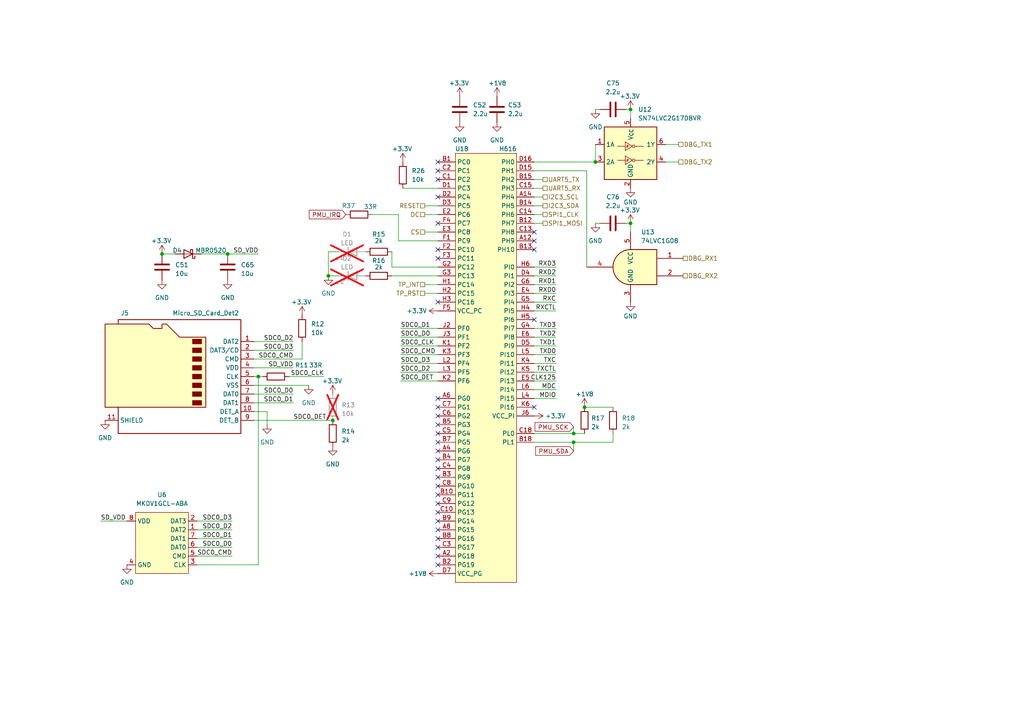
<source format=kicad_sch>
(kicad_sch (version 20250114) (generator "eeschema") (generator_version "9.0")
  (paper "A4")
  (lib_symbols
    (symbol "74xGxx:74LVC1G08"
      (property "Reference" "U" (at -5.08 7.62 0))
      (property "Value" "74LVC1G08" (at 7.62 -7.62 0))
      (symbol "74LVC1G08_0_1"
        (arc (start 0 5.08) (mid 5.0579 0) (end 0 -5.08) (stroke (width 0.254)) (fill (type background)))
        (polyline (pts (xy 0 -5.08) (xy -7.62 -5.08) (xy -7.62 5.08) (xy 0 5.08)) (stroke (width 0.254)) (fill (type background)))
      )
      (symbol "74LVC1G08_1_1"
        (pin input line (at -15.24 2.54 0) (length 7.62) (name "~") (number "1"))
        (pin input line (at -15.24 -2.54 0) (length 7.62) (name "~") (number "2"))
        (pin power_in line (at 0 10.16 270) (length 5.08) (name "VCC") (number "5"))
        (pin power_in line (at 0 -10.16 90) (length 5.08) (name "GND") (number "3"))
        (pin output line (at 12.7 0 180) (length 7.62) (name "~") (number "4"))
      )
    )
    (symbol "74xGxx:SN74LVC2G14DBV"
      (property "Reference" "U" (at 2.54 12.7 0))
      (property "Value" "SN74LVC2G14DBV" (at 2.54 10.16 0))
      (symbol "SN74LVC2G14DBV_1_1"
        (rectangle (start -7.62 7.62) (end 7.62 -7.62) (stroke (width 0.254)) (fill (type background)))
        (polyline (pts (xy -1.524 3.302) (xy 0.508 2.032) (xy -1.524 0.762) (xy -1.524 3.302)))
        (polyline (pts (xy -1.524 2.032) (xy -3.81 2.032)))
        (polyline (pts (xy -1.524 -0.762) (xy 0.508 -2.032) (xy -1.524 -3.302) (xy -1.524 -0.762)))
        (polyline (pts (xy -1.524 -2.032) (xy -3.81 -2.032)))
        (polyline (pts (xy -1.016 1.778) (xy -1.016 2.286) (xy -0.762 2.286) (xy -0.762 1.778) (xy -1.27 1.778)))
        (polyline (pts (xy -1.016 -2.286) (xy -1.016 -1.778) (xy -0.762 -1.778) (xy -0.762 -2.286) (xy -1.27 -2.286)))
        (polyline (pts (xy -0.762 2.286) (xy -0.508 2.286)))
        (polyline (pts (xy -0.762 -1.778) (xy -0.508 -1.778)))
        (circle (center 0.889 2.032) (radius 0.381))
        (circle (center 0.889 -2.032) (radius 0.381))
        (polyline (pts (xy 1.27 2.032) (xy 3.81 2.032)))
        (polyline (pts (xy 1.27 -2.032) (xy 3.81 -2.032)))
        (pin input line (at -10.16 2.54 0) (length 2.54) (name "1A") (number "1"))
        (pin input line (at -10.16 -2.54 0) (length 2.54) (name "2A") (number "3"))
        (pin power_in line (at 0 10.16 270) (length 2.54) (name "V_{CC}") (number "5"))
        (pin power_in line (at 0 -10.16 90) (length 2.54) (name "GND") (number "2"))
        (pin output line (at 10.16 2.54 180) (length 2.54) (name "1Y") (number "6"))
        (pin output line (at 10.16 -2.54 180) (length 2.54) (name "2Y") (number "4"))
      )
    )
    (symbol "Connector:Micro_SD_Card_Det2"
      (property "Reference" "J" (at -16.51 17.78 0))
      (property "Value" "Micro_SD_Card_Det2" (at 16.51 17.78 0))
      (symbol "Micro_SD_Card_Det2_0_1"
        (polyline (pts (xy -8.89 -8.89) (xy -8.89 11.43) (xy -1.27 11.43) (xy 2.54 15.24) (xy 3.81 15.24) (xy 3.81 13.97) (xy 6.35 13.97) (xy 7.62 15.24) (xy 20.32 15.24) (xy 20.32 -8.89) (xy -8.89 -8.89)) (stroke (width 0.254)) (fill (type background)))
        (rectangle (start -7.62 10.795) (end -5.08 9.525) (stroke (width 0.254)) (fill (type outline)))
        (rectangle (start -7.62 8.255) (end -5.08 6.985) (stroke (width 0.254)) (fill (type outline)))
        (rectangle (start -7.62 5.715) (end -5.08 4.445) (stroke (width 0.254)) (fill (type outline)))
        (rectangle (start -7.62 3.175) (end -5.08 1.905) (stroke (width 0.254)) (fill (type outline)))
        (rectangle (start -7.62 0.635) (end -5.08 -0.635) (stroke (width 0.254)) (fill (type outline)))
        (rectangle (start -7.62 -1.905) (end -5.08 -3.175) (stroke (width 0.254)) (fill (type outline)))
        (rectangle (start -7.62 -4.445) (end -5.08 -5.715) (stroke (width 0.254)) (fill (type outline)))
        (rectangle (start -7.62 -6.985) (end -5.08 -8.255) (stroke (width 0.254)) (fill (type outline)))
        (polyline (pts (xy 16.51 15.24) (xy 16.51 16.51) (xy -19.05 16.51) (xy -19.05 -16.51) (xy 16.51 -16.51) (xy 16.51 -8.89)) (stroke (width 0.254)))
      )
      (symbol "Micro_SD_Card_Det2_1_1"
        (pin bidirectional line (at -22.86 10.16 0) (length 3.81) (name "DAT2") (number "1"))
        (pin bidirectional line (at -22.86 7.62 0) (length 3.81) (name "DAT3/CD") (number "2"))
        (pin input line (at -22.86 5.08 0) (length 3.81) (name "CMD") (number "3"))
        (pin power_in line (at -22.86 2.54 0) (length 3.81) (name "VDD") (number "4"))
        (pin input line (at -22.86 0 0) (length 3.81) (name "CLK") (number "5"))
        (pin power_in line (at -22.86 -2.54 0) (length 3.81) (name "VSS") (number "6"))
        (pin bidirectional line (at -22.86 -5.08 0) (length 3.81) (name "DAT0") (number "7"))
        (pin bidirectional line (at -22.86 -7.62 0) (length 3.81) (name "DAT1") (number "8"))
        (pin passive line (at -22.86 -10.16 0) (length 3.81) (name "DET_A") (number "10"))
        (pin passive line (at -22.86 -12.7 0) (length 3.81) (name "DET_B") (number "9"))
        (pin passive line (at 20.32 -12.7 180) (length 3.81) (name "SHIELD") (number "11"))
      )
    )
    (symbol "Device:C" (pin_numbers (hide yes)) (pin_names (offset 0.254))
      (property "Reference" "C" (at 0.635 2.54 0))
      (property "Value" "C" (at 0.635 -2.54 0))
      (symbol "C_0_1"
        (polyline (pts (xy -2.032 0.762) (xy 2.032 0.762)) (stroke (width 0.508)))
        (polyline (pts (xy -2.032 -0.762) (xy 2.032 -0.762)) (stroke (width 0.508)))
      )
      (symbol "C_1_1"
        (pin passive line (at 0 3.81 270) (length 2.794) (name "~") (number "1"))
        (pin passive line (at 0 -3.81 90) (length 2.794) (name "~") (number "2"))
      )
    )
    (symbol "Device:LED" (pin_numbers (hide yes)) (pin_names (offset 1.016) (hide yes))
      (property "Reference" "D" (at 0 2.54 0))
      (property "Value" "LED" (at 0 -2.54 0))
      (symbol "LED_0_1"
        (polyline (pts (xy -3.048 -0.762) (xy -4.572 -2.286) (xy -3.81 -2.286) (xy -4.572 -2.286) (xy -4.572 -1.524)))
        (polyline (pts (xy -1.778 -0.762) (xy -3.302 -2.286) (xy -2.54 -2.286) (xy -3.302 -2.286) (xy -3.302 -1.524)))
        (polyline (pts (xy -1.27 0) (xy 1.27 0)))
        (polyline (pts (xy -1.27 -1.27) (xy -1.27 1.27)) (stroke (width 0.254)))
        (polyline (pts (xy 1.27 -1.27) (xy 1.27 1.27) (xy -1.27 0) (xy 1.27 -1.27)) (stroke (width 0.254)))
      )
      (symbol "LED_1_1"
        (pin passive line (at -3.81 0 0) (length 2.54) (name "K") (number "1"))
        (pin passive line (at 3.81 0 180) (length 2.54) (name "A") (number "2"))
      )
    )
    (symbol "Device:R" (pin_numbers (hide yes)) (pin_names (offset 0))
      (property "Reference" "R" (at 2.032 0 90))
      (property "Value" "R" (at 0 0 90))
      (symbol "R_0_1"
        (rectangle (start -1.016 -2.54) (end 1.016 2.54) (stroke (width 0.254)))
      )
      (symbol "R_1_1"
        (pin passive line (at 0 3.81 270) (length 1.27) (name "~") (number "1"))
        (pin passive line (at 0 -3.81 90) (length 1.27) (name "~") (number "2"))
      )
    )
    (symbol "Diode:MBR0520" (pin_numbers (hide yes)) (pin_names (offset 1.016) (hide yes))
      (property "Reference" "D" (at 0 2.54 0))
      (property "Value" "MBR0520" (at 0 -2.54 0))
      (symbol "MBR0520_0_1"
        (polyline (pts (xy -1.905 0.635) (xy -1.905 1.27) (xy -1.27 1.27) (xy -1.27 -1.27) (xy -0.635 -1.27) (xy -0.635 -0.635)) (stroke (width 0.254)))
        (polyline (pts (xy 1.27 1.27) (xy 1.27 -1.27) (xy -1.27 0) (xy 1.27 1.27)) (stroke (width 0.254)))
        (polyline (pts (xy 1.27 0) (xy -1.27 0)))
      )
      (symbol "MBR0520_1_1"
        (pin passive line (at -3.81 0 0) (length 2.54) (name "K") (number "1"))
        (pin passive line (at 3.81 0 180) (length 2.54) (name "A") (number "2"))
      )
    )
    (symbol "H616_lib:H616"
      (property "Reference" "U" (at 0 0 0))
      (symbol "H616_1_1"
        (rectangle (start -7.62 -2.54) (end 15.24 -118.11) (fill (type background)))
        (pin input line (at -12.7 -6.35 0) (length 5.08) (name "SA0") (number "T21"))
        (pin input line (at -12.7 -8.89 0) (length 5.08) (name "SA1") (number "U17"))
        (pin input line (at -12.7 -11.43 0) (length 5.08) (name "SA2") (number "T18"))
        (pin input line (at -12.7 -13.97 0) (length 5.08) (name "SA3") (number "T16"))
        (pin input line (at -12.7 -16.51 0) (length 5.08) (name "SA4") (number "R18"))
        (pin input line (at -12.7 -19.05 0) (length 5.08) (name "SA5") (number "P15"))
        (pin input line (at -12.7 -21.59 0) (length 5.08) (name "SA6") (number "U20"))
        (pin input line (at -12.7 -24.13 0) (length 5.08) (name "SA7") (number "N19"))
        (pin input line (at -12.7 -26.67 0) (length 5.08) (name "SA8") (number "U19"))
        (pin input line (at -12.7 -29.21 0) (length 5.08) (name "SA9") (number "N16"))
        (pin input line (at -12.7 -31.75 0) (length 5.08) (name "SA10") (number "R19"))
        (pin input line (at -12.7 -34.29 0) (length 5.08) (name "SA11") (number "U15"))
        (pin input line (at -12.7 -36.83 0) (length 5.08) (name "SA12") (number "U16"))
        (pin input line (at -12.7 -39.37 0) (length 5.08) (name "SA13") (number "P16"))
        (pin input line (at -12.7 -41.91 0) (length 5.08) (name "SA14") (number "V20"))
        (pin input line (at -12.7 -44.45 0) (length 5.08) (name "SA15") (number "N13"))
        (pin input line (at -12.7 -46.99 0) (length 5.08) (name "SA16") (number "U18"))
        (pin input line (at -12.7 -49.53 0) (length 5.08) (name "SBA0") (number "N21"))
        (pin input line (at -12.7 -52.07 0) (length 5.08) (name "SBA1") (number "R15"))
        (pin input line (at -12.7 -54.61 0) (length 5.08) (name "SBG0") (number "P20"))
        (pin input line (at -12.7 -57.15 0) (length 5.08) (name "SBG1") (number "P21"))
        (pin input line (at -12.7 -59.69 0) (length 5.08) (name "SACT") (number "P18"))
        (pin input line (at -12.7 -62.23 0) (length 5.08) (name "SCS0") (number "V17"))
        (pin input line (at -12.7 -64.77 0) (length 5.08) (name "SCS1") (number "R20"))
        (pin input line (at -12.7 -67.31 0) (length 5.08) (name "SODT0") (number "T20"))
        (pin input line (at -12.7 -69.85 0) (length 5.08) (name "SODT1") (number "N20"))
        (pin input line (at -12.7 -72.39 0) (length 5.08) (name "SCKP") (number "T14"))
        (pin input line (at -12.7 -74.93 0) (length 5.08) (name "SCKN") (number "U14"))
        (pin input line (at -12.7 -77.47 0) (length 5.08) (name "SCKE0") (number "V15"))
        (pin input line (at -12.7 -80.01 0) (length 5.08) (name "SCKE1") (number "P13"))
        (pin input line (at -12.7 -82.55 0) (length 5.08) (name "SRST") (number "U21"))
        (pin input line (at -12.7 -85.09 0) (length 5.08) (name "SDQS0P") (number "R2"))
        (pin input line (at -12.7 -87.63 0) (length 5.08) (name "SDQS0N") (number "R1"))
        (pin input line (at -12.7 -90.17 0) (length 5.08) (name "SDQS1P") (number "U2"))
        (pin input line (at -12.7 -92.71 0) (length 5.08) (name "SDQS1N") (number "V2"))
        (pin input line (at -12.7 -95.25 0) (length 5.08) (name "SDQS2P") (number "V8"))
        (pin input line (at -12.7 -97.79 0) (length 5.08) (name "SDQS2N") (number "U8"))
        (pin input line (at -12.7 -100.33 0) (length 5.08) (name "SDQS3P") (number "V10"))
        (pin input line (at -12.7 -102.87 0) (length 5.08) (name "SDQS3N") (number "U10"))
        (pin input line (at -12.7 -105.41 0) (length 5.08) (name "SDQM0") (number "U1"))
        (pin input line (at -12.7 -107.95 0) (length 5.08) (name "SDQM1") (number "R3"))
        (pin input line (at -12.7 -110.49 0) (length 5.08) (name "SDQM2") (number "T9"))
        (pin input line (at -12.7 -113.03 0) (length 5.08) (name "SDQM3") (number "N10"))
        (pin input line (at 20.32 -6.35 180) (length 5.08) (name "SDQ0") (number "N3"))
        (pin input line (at 20.32 -8.89 180) (length 5.08) (name "SDQ1") (number "U4"))
        (pin input line (at 20.32 -11.43 180) (length 5.08) (name "SDQ2") (number "N2"))
        (pin input line (at 20.32 -13.97 180) (length 5.08) (name "SDQ3") (number "T4"))
        (pin input line (at 20.32 -16.51 180) (length 5.08) (name "SDQ4") (number "U3"))
        (pin input line (at 20.32 -19.05 180) (length 5.08) (name "SDQ5") (number "P1"))
        (pin input line (at 20.32 -21.59 180) (length 5.08) (name "SDQ6") (number "T2"))
        (pin input line (at 20.32 -24.13 180) (length 5.08) (name "SDQ7") (number "P2"))
        (pin input line (at 20.32 -26.67 180) (length 5.08) (name "SDQ8") (number "P5"))
        (pin input line (at 20.32 -29.21 180) (length 5.08) (name "SDQ9") (number "V3"))
        (pin input line (at 20.32 -31.75 180) (length 5.08) (name "SDQ10") (number "P4"))
        (pin input line (at 20.32 -34.29 180) (length 5.08) (name "SDQ11") (number "R4"))
        (pin input line (at 20.32 -36.83 180) (length 5.08) (name "SDQ12") (number "R6"))
        (pin input line (at 20.32 -39.37 180) (length 5.08) (name "SDQ13") (number "N4"))
        (pin input line (at 20.32 -41.91 180) (length 5.08) (name "SDQ14") (number "P6"))
        (pin input line (at 20.32 -44.45 180) (length 5.08) (name "SDQ15") (number "N5"))
        (pin input line (at 20.32 -46.99 180) (length 5.08) (name "SDQ16") (number "T11"))
        (pin input line (at 20.32 -49.53 180) (length 5.08) (name "SDQ17") (number "U12"))
        (pin input line (at 20.32 -52.07 180) (length 5.08) (name "SDQ18") (number "T12"))
        (pin input line (at 20.32 -54.61 180) (length 5.08) (name "SDQ19") (number "U9"))
        (pin input line (at 20.32 -57.15 180) (length 5.08) (name "SDQ20") (number "T6"))
        (pin input line (at 20.32 -59.69 180) (length 5.08) (name "SDQ21") (number "U5"))
        (pin input line (at 20.32 -62.23 180) (length 5.08) (name "SDQ22") (number "T7"))
        (pin input line (at 20.32 -64.77 180) (length 5.08) (name "SDQ23") (number "T5"))
        (pin input line (at 20.32 -67.31 180) (length 5.08) (name "SDQ24") (number "R9"))
        (pin input line (at 20.32 -69.85 180) (length 5.08) (name "SDQ25") (number "P7"))
        (pin input line (at 20.32 -72.39 180) (length 5.08) (name "SDQ26") (number "N7"))
        (pin input line (at 20.32 -74.93 180) (length 5.08) (name "SDQ27") (number "P9"))
        (pin input line (at 20.32 -77.47 180) (length 5.08) (name "SDQ28") (number "P10"))
        (pin input line (at 20.32 -80.01 180) (length 5.08) (name "SDQ29") (number "U11"))
        (pin input line (at 20.32 -82.55 180) (length 5.08) (name "SDQ30") (number "P12"))
        (pin input line (at 20.32 -85.09 180) (length 5.08) (name "SDQ31") (number "R12"))
        (pin input line (at 20.32 -87.63 180) (length 5.08) (name "SZQ") (number "L15"))
        (pin input line (at 20.32 -90.17 180) (length 5.08) (name "VCC_DRAM1") (number "L9"))
        (pin input line (at 20.32 -92.71 180) (length 5.08) (name "VCC_DRAM2") (number "L10"))
        (pin input line (at 20.32 -95.25 180) (length 5.08) (name "VCC_DRAM3") (number "L11"))
        (pin input line (at 20.32 -97.79 180) (length 5.08) (name "VCC_DRAM4") (number "L12"))
        (pin input line (at 20.32 -100.33 180) (length 5.08) (name "VCC_DRAM5") (number "L13"))
        (pin input line (at 20.32 -102.87 180) (length 5.08) (name "VDD18_DRAM") (number "L14"))
      )
      (symbol "H616_2_1"
        (rectangle (start -7.62 -38.1) (end 10.16 -162.56) (fill (type background)))
        (pin input line (at -12.7 -40.64 0) (length 5.08) (name "PC0") (number "B1"))
        (pin input line (at -12.7 -43.18 0) (length 5.08) (name "PC1") (number "C2"))
        (pin input line (at -12.7 -45.72 0) (length 5.08) (name "PC2") (number "C1"))
        (pin input line (at -12.7 -48.26 0) (length 5.08) (name "PC3") (number "D1"))
        (pin input line (at -12.7 -50.8 0) (length 5.08) (name "PC4") (number "D2"))
        (pin input line (at -12.7 -53.34 0) (length 5.08) (name "PC5") (number "D3"))
        (pin input line (at -12.7 -55.88 0) (length 5.08) (name "PC6") (number "E2"))
        (pin input line (at -12.7 -58.42 0) (length 5.08) (name "PC7") (number "F4"))
        (pin input line (at -12.7 -60.96 0) (length 5.08) (name "PC8") (number "E3"))
        (pin input line (at -12.7 -63.5 0) (length 5.08) (name "PC9") (number "F1"))
        (pin input line (at -12.7 -66.04 0) (length 5.08) (name "PC10") (number "F2"))
        (pin input line (at -12.7 -68.58 0) (length 5.08) (name "PC11") (number "F3"))
        (pin input line (at -12.7 -71.12 0) (length 5.08) (name "PC12") (number "G2"))
        (pin input line (at -12.7 -73.66 0) (length 5.08) (name "PC13") (number "G3"))
        (pin input line (at -12.7 -76.2 0) (length 5.08) (name "PC14") (number "H1"))
        (pin input line (at -12.7 -78.74 0) (length 5.08) (name "PC15") (number "H2"))
        (pin input line (at -12.7 -81.28 0) (length 5.08) (name "PC16") (number "H3"))
        (pin input line (at -12.7 -83.82 0) (length 5.08) (name "VCC_PC") (number "F5"))
        (pin input line (at -12.7 -88.9 0) (length 5.08) (name "PF0") (number "J2"))
        (pin input line (at -12.7 -91.44 0) (length 5.08) (name "PF1") (number "J3"))
        (pin input line (at -12.7 -93.98 0) (length 5.08) (name "PF2") (number "K1"))
        (pin input line (at -12.7 -96.52 0) (length 5.08) (name "PF3") (number "K3"))
        (pin input line (at -12.7 -99.06 0) (length 5.08) (name "PF4") (number "L2"))
        (pin input line (at -12.7 -101.6 0) (length 5.08) (name "PF5") (number "L3"))
        (pin input line (at -12.7 -104.14 0) (length 5.08) (name "PF6") (number "K2"))
        (pin input line (at -12.7 -109.22 0) (length 5.08) (name "PG0") (number "A6"))
        (pin input line (at -12.7 -111.76 0) (length 5.08) (name "PG1") (number "C7"))
        (pin input line (at -12.7 -114.3 0) (length 5.08) (name "PG2") (number "C6"))
        (pin input line (at -12.7 -116.84 0) (length 5.08) (name "PG3") (number "B5"))
        (pin input line (at -12.7 -119.38 0) (length 5.08) (name "PG4") (number "C5"))
        (pin input line (at -12.7 -121.92 0) (length 5.08) (name "PG5") (number "B7"))
        (pin input line (at -12.7 -124.46 0) (length 5.08) (name "PG6") (number "A4"))
        (pin input line (at -12.7 -127 0) (length 5.08) (name "PG7") (number "B4"))
        (pin input line (at -12.7 -129.54 0) (length 5.08) (name "PG8") (number "C4"))
        (pin input line (at -12.7 -132.08 0) (length 5.08) (name "PG9") (number "B3"))
        (pin input line (at -12.7 -134.62 0) (length 5.08) (name "PG10") (number "C8"))
        (pin input line (at -12.7 -137.16 0) (length 5.08) (name "PG11") (number "B10"))
        (pin input line (at -12.7 -139.7 0) (length 5.08) (name "PG12") (number "C9"))
        (pin input line (at -12.7 -142.24 0) (length 5.08) (name "PG13") (number "C10"))
        (pin input line (at -12.7 -144.78 0) (length 5.08) (name "PG14") (number "B9"))
        (pin input line (at -12.7 -147.32 0) (length 5.08) (name "PG15") (number "A8"))
        (pin input line (at -12.7 -149.86 0) (length 5.08) (name "PG16") (number "B8"))
        (pin input line (at -12.7 -152.4 0) (length 5.08) (name "PG17") (number "C3"))
        (pin input line (at -12.7 -154.94 0) (length 5.08) (name "PG18") (number "A2"))
        (pin input line (at -12.7 -157.48 0) (length 5.08) (name "PG19") (number "B2"))
        (pin input line (at -12.7 -160.02 0) (length 5.08) (name "VCC_PG") (number "D7"))
        (pin input line (at 15.24 -40.64 180) (length 5.08) (name "PH0") (number "D16"))
        (pin input line (at 15.24 -43.18 180) (length 5.08) (name "PH1") (number "D15"))
        (pin input line (at 15.24 -45.72 180) (length 5.08) (name "PH2") (number "B15"))
        (pin input line (at 15.24 -48.26 180) (length 5.08) (name "PH3") (number "C15"))
        (pin input line (at 15.24 -50.8 180) (length 5.08) (name "PH4") (number "A14"))
        (pin input line (at 15.24 -53.34 180) (length 5.08) (name "PH5") (number "B14"))
        (pin input line (at 15.24 -55.88 180) (length 5.08) (name "PH6") (number "C14"))
        (pin input line (at 15.24 -58.42 180) (length 5.08) (name "PH7") (number "B12"))
        (pin input line (at 15.24 -60.96 180) (length 5.08) (name "PH8") (number "C13"))
        (pin input line (at 15.24 -63.5 180) (length 5.08) (name "PH9") (number "A12"))
        (pin input line (at 15.24 -66.04 180) (length 5.08) (name "PH10") (number "B13"))
        (pin input line (at 15.24 -71.12 180) (length 5.08) (name "PI0") (number "H6"))
        (pin input line (at 15.24 -73.66 180) (length 5.08) (name "PI1") (number "D4"))
        (pin input line (at 15.24 -76.2 180) (length 5.08) (name "PI2") (number "G6"))
        (pin input line (at 15.24 -78.74 180) (length 5.08) (name "PI3") (number "E4"))
        (pin input line (at 15.24 -81.28 180) (length 5.08) (name "PI4") (number "G5"))
        (pin input line (at 15.24 -83.82 180) (length 5.08) (name "PI5") (number "H4"))
        (pin input line (at 15.24 -86.36 180) (length 5.08) (name "PI6") (number "H5"))
        (pin input line (at 15.24 -88.9 180) (length 5.08) (name "PI7") (number "G4"))
        (pin input line (at 15.24 -91.44 180) (length 5.08) (name "PI8") (number "E6"))
        (pin input line (at 15.24 -93.98 180) (length 5.08) (name "PI9") (number "D5"))
        (pin input line (at 15.24 -96.52 180) (length 5.08) (name "PI10") (number "L5"))
        (pin input line (at 15.24 -99.06 180) (length 5.08) (name "PI11") (number "K4"))
        (pin input line (at 15.24 -101.6 180) (length 5.08) (name "PI12") (number "K5"))
        (pin input line (at 15.24 -104.14 180) (length 5.08) (name "PI13") (number "E5"))
        (pin input line (at 15.24 -106.68 180) (length 5.08) (name "PI14") (number "L6"))
        (pin input line (at 15.24 -109.22 180) (length 5.08) (name "PI15") (number "L4"))
        (pin input line (at 15.24 -111.76 180) (length 5.08) (name "PI16") (number "K6"))
        (pin input line (at 15.24 -114.3 180) (length 5.08) (name "VCC_PI") (number "J6"))
        (pin input line (at 15.24 -119.38 180) (length 5.08) (name "PL0") (number "C18"))
        (pin input line (at 15.24 -121.92 180) (length 5.08) (name "PL1") (number "B18"))
      )
      (symbol "H616_3_1"
        (rectangle (start -8.89 -39.37) (end 13.97 -115.57) (fill (type background)))
        (pin input line (at -13.97 -43.18 0) (length 5.08) (name "HTX0P") (number "E19"))
        (pin input line (at -13.97 -45.72 0) (length 5.08) (name "HTX0N") (number "E20"))
        (pin input line (at -13.97 -48.26 0) (length 5.08) (name "HTX1P") (number "D20"))
        (pin input line (at -13.97 -50.8 0) (length 5.08) (name "HTX1N") (number "D21"))
        (pin input line (at -13.97 -53.34 0) (length 5.08) (name "HTX2P") (number "C19"))
        (pin input line (at -13.97 -55.88 0) (length 5.08) (name "HTX2N") (number "C20"))
        (pin input line (at -13.97 -58.42 0) (length 5.08) (name "HTXCP") (number "F20"))
        (pin input line (at -13.97 -60.96 0) (length 5.08) (name "HTXCN") (number "F21"))
        (pin input line (at -13.97 -63.5 0) (length 5.08) (name "HSCL") (number "F19"))
        (pin input line (at -13.97 -66.04 0) (length 5.08) (name "HSDA") (number "G21"))
        (pin input line (at -13.97 -68.58 0) (length 5.08) (name "HCEC") (number "G17"))
        (pin input line (at -13.97 -71.12 0) (length 5.08) (name "HHPD") (number "G18"))
        (pin input line (at -13.97 -73.66 0) (length 5.08) (name "VCC_HDMI") (number "F18"))
        (pin input line (at -13.97 -78.74 0) (length 5.08) (name "VRA1") (number "J18"))
        (pin input line (at -13.97 -81.28 0) (length 5.08) (name "VRA2") (number "J17"))
        (pin input line (at -13.97 -83.82 0) (length 5.08) (name "REXT") (number "K18"))
        (pin input line (at -13.97 -86.36 0) (length 5.08) (name "AVCC") (number "H17"))
        (pin input line (at -13.97 -88.9 0) (length 5.08) (name "LINEOUTL") (number "G19"))
        (pin input line (at -13.97 -91.44 0) (length 5.08) (name "LINEOUTR") (number "G20"))
        (pin input line (at -13.97 -93.98 0) (length 5.08) (name "AGND") (number "H18"))
        (pin input line (at -13.97 -96.52 0) (length 5.08) (name "TV_OUT") (number "J21"))
        (pin input line (at -13.97 -99.06 0) (length 5.08) (name "VCC_TV") (number "H20"))
        (pin input line (at -13.97 -104.14 0) (length 5.08) (name "AC_AVCC") (number "D18"))
        (pin input line (at -13.97 -106.68 0) (length 5.08) (name "AC_VRA1") (number "C17"))
        (pin input line (at 19.05 -43.18 180) (length 5.08) (name "EPHY_RTX") (number "B19"))
        (pin input line (at 19.05 -45.72 180) (length 5.08) (name "EPHY_TXP") (number "A19"))
        (pin input line (at 19.05 -48.26 180) (length 5.08) (name "EPYH_TXN") (number "A20"))
        (pin input line (at 19.05 -50.8 180) (length 5.08) (name "EPHY_RXP") (number "B20"))
        (pin input line (at 19.05 -53.34 180) (length 5.08) (name "EPHY_RXN") (number "B21"))
        (pin input line (at 19.05 -55.88 180) (length 5.08) (name "VCC_EPHY") (number "E18"))
        (pin input line (at 19.05 -60.96 180) (length 5.08) (name "USB0_DM") (number "J19"))
        (pin input line (at 19.05 -63.5 180) (length 5.08) (name "USB0_DP") (number "J20"))
        (pin input line (at 19.05 -66.04 180) (length 5.08) (name "USB1_DM") (number "M19"))
        (pin input line (at 19.05 -68.58 180) (length 5.08) (name "USB1_DP") (number "M20"))
        (pin input line (at 19.05 -71.12 180) (length 5.08) (name "USB2_DM") (number "K19"))
        (pin input line (at 19.05 -73.66 180) (length 5.08) (name "USB2_DP") (number "K20"))
        (pin input line (at 19.05 -76.2 180) (length 5.08) (name "USB3_DM") (number "L19"))
        (pin input line (at 19.05 -78.74 180) (length 5.08) (name "USB3_DP") (number "L20"))
        (pin input line (at 19.05 -81.28 180) (length 5.08) (name "VCC_USB") (number "M18"))
        (pin input line (at 19.05 -86.36 180) (length 5.08) (name "RESET") (number "A16"))
        (pin input line (at 19.05 -88.9 180) (length 5.08) (name "FEL") (number "B17"))
        (pin input line (at 19.05 -91.44 180) (length 5.08) (name "JTAG_SEL") (number "C16"))
        (pin input line (at 19.05 -93.98 180) (length 5.08) (name "LRADC") (number "L18"))
        (pin input line (at 19.05 -96.52 180) (length 5.08) (name "PLLTEST") (number "D14"))
        (pin input line (at 19.05 -99.06 180) (length 5.08) (name "VCC_PLL") (number "D12"))
        (pin input line (at 19.05 -101.6 180) (length 5.08) (name "DXIN") (number "B11"))
        (pin input line (at 19.05 -104.14 180) (length 5.08) (name "DXOUT") (number "C12"))
        (pin input line (at 19.05 -106.68 180) (length 5.08) (name "REFCLK_OUT") (number "C11"))
        (pin input line (at 19.05 -109.22 180) (length 5.08) (name "DXLDO_OUT") (number "D13"))
        (pin input line (at 19.05 -111.76 180) (length 5.08) (name "VCC_DCXO") (number "D11"))
      )
      (symbol "H616_4_1"
        (rectangle (start -6.35 -2.54) (end 19.05 -112.395) (fill (type background)))
        (pin input line (at -11.43 -6.35 0) (length 5.08) (name "VDD_SYS1") (number "F11"))
        (pin input line (at -11.43 -8.89 0) (length 5.08) (name "VDD_SYS2") (number "F12"))
        (pin input line (at -11.43 -11.43 0) (length 5.08) (name "VDD_SYS3") (number "F13"))
        (pin input line (at -11.43 -13.97 0) (length 5.08) (name "VDD_SYS4") (number "G10"))
        (pin input line (at -11.43 -16.51 0) (length 5.08) (name "VDD_SYS5") (number "G11"))
        (pin input line (at -11.43 -19.05 0) (length 5.08) (name "VDD_SYS6") (number "G12"))
        (pin input line (at -11.43 -24.13 0) (length 5.08) (name "VDD_CPU1") (number "H8"))
        (pin input line (at -11.43 -26.67 0) (length 5.08) (name "VDD_CPU2") (number "H9"))
        (pin input line (at -11.43 -29.21 0) (length 5.08) (name "VDD_CPU3") (number "J8"))
        (pin input line (at -11.43 -31.75 0) (length 5.08) (name "VDD_CPU4") (number "J9"))
        (pin input line (at -11.43 -34.29 0) (length 5.08) (name "VDD_CPU5") (number "J10"))
        (pin input line (at -11.43 -36.83 0) (length 5.08) (name "VDD_CPU6") (number "J11"))
        (pin input line (at -11.43 -39.37 0) (length 5.08) (name "VDD_CPUFB") (number "L8"))
        (pin input line (at -11.43 -44.45 0) (length 5.08) (name "VDD_GPU1") (number "F9"))
        (pin input line (at -11.43 -46.99 0) (length 5.08) (name "VDD_GPU2") (number "F10"))
        (pin input line (at -11.43 -49.53 0) (length 5.08) (name "VDD_GPU3") (number "G8"))
        (pin input line (at -11.43 -52.07 0) (length 5.08) (name "VDD_GPU4") (number "G9"))
        (pin input line (at -11.43 -54.61 0) (length 5.08) (name "VDD_GPUFB") (number "F8"))
        (pin input line (at -11.43 -59.69 0) (length 5.08) (name "VCC_IO") (number "D10"))
        (pin input line (at -11.43 -64.77 0) (length 5.08) (name "GND1") (number "A1"))
        (pin input line (at -11.43 -67.31 0) (length 5.08) (name "GND2") (number "A10"))
        (pin input line (at -11.43 -69.85 0) (length 5.08) (name "GND3") (number "A18"))
        (pin input line (at -11.43 -72.39 0) (length 5.08) (name "GND4") (number "A21"))
        (pin input line (at -11.43 -74.93 0) (length 5.08) (name "GND5") (number "B6"))
        (pin input line (at -11.43 -77.47 0) (length 5.08) (name "GND6") (number "B16"))
        (pin input line (at -11.43 -80.01 0) (length 5.08) (name "GND7") (number "D19"))
        (pin input line (at -11.43 -82.55 0) (length 5.08) (name "GND8") (number "F14"))
        (pin input line (at -11.43 -85.09 0) (length 5.08) (name "GND9") (number "F15"))
        (pin input line (at -11.43 -87.63 0) (length 5.08) (name "GND10") (number "G13"))
        (pin input line (at -11.43 -90.17 0) (length 5.08) (name "GND11") (number "G14"))
        (pin input line (at -11.43 -92.71 0) (length 5.08) (name "GND12") (number "G15"))
        (pin input line (at -11.43 -95.25 0) (length 5.08) (name "GND13") (number "H10"))
        (pin input line (at -11.43 -97.79 0) (length 5.08) (name "GND14") (number "H11"))
        (pin input line (at -11.43 -100.33 0) (length 5.08) (name "GND15") (number "H12"))
        (pin input line (at 24.13 -6.35 180) (length 5.08) (name "GND16") (number "H13"))
        (pin input line (at 24.13 -8.89 180) (length 5.08) (name "GND17") (number "H14"))
        (pin input line (at 24.13 -11.43 180) (length 5.08) (name "GND18") (number "H15"))
        (pin input line (at 24.13 -13.97 180) (length 5.08) (name "GND19") (number "H19"))
        (pin input line (at 24.13 -16.51 180) (length 5.08) (name "GND20") (number "J12"))
        (pin input line (at 24.13 -19.05 180) (length 5.08) (name "GND21") (number "J13"))
        (pin input line (at 24.13 -21.59 180) (length 5.08) (name "GND22") (number "J14"))
        (pin input line (at 24.13 -24.13 180) (length 5.08) (name "GND23") (number "J15"))
        (pin input line (at 24.13 -26.67 180) (length 5.08) (name "GND24") (number "M1"))
        (pin input line (at 24.13 -29.21 180) (length 5.08) (name "GND25") (number "K8"))
        (pin input line (at 24.13 -31.75 180) (length 5.08) (name "GND26") (number "K9"))
        (pin input line (at 24.13 -34.29 180) (length 5.08) (name "GND27") (number "K10"))
        (pin input line (at 24.13 -36.83 180) (length 5.08) (name "GND28") (number "K11"))
        (pin input line (at 24.13 -39.37 180) (length 5.08) (name "GND29") (number "K12"))
        (pin input line (at 24.13 -41.91 180) (length 5.08) (name "GND30") (number "K13"))
        (pin input line (at 24.13 -44.45 180) (length 5.08) (name "GND31") (number "K14"))
        (pin input line (at 24.13 -46.99 180) (length 5.08) (name "GND32") (number "K15"))
        (pin input line (at 24.13 -49.53 180) (length 5.08) (name "GND33") (number "L21"))
        (pin input line (at 24.13 -52.07 180) (length 5.08) (name "GND34") (number "M2"))
        (pin input line (at 24.13 -54.61 180) (length 5.08) (name "GND35") (number "M3"))
        (pin input line (at 24.13 -57.15 180) (length 5.08) (name "GND36") (number "N6"))
        (pin input line (at 24.13 -59.69 180) (length 5.08) (name "GND37") (number "N9"))
        (pin input line (at 24.13 -62.23 180) (length 5.08) (name "GND38") (number "N12"))
        (pin input line (at 24.13 -64.77 180) (length 5.08) (name "GND39") (number "N15"))
        (pin input line (at 24.13 -67.31 180) (length 5.08) (name "GND40") (number "N18"))
        (pin input line (at 24.13 -69.85 180) (length 5.08) (name "GND41") (number "P3"))
        (pin input line (at 24.13 -72.39 180) (length 5.08) (name "GND42") (number "R5"))
        (pin input line (at 24.13 -74.93 180) (length 5.08) (name "GND43") (number "R21"))
        (pin input line (at 24.13 -77.47 180) (length 5.08) (name "GND44") (number "T1"))
        (pin input line (at 24.13 -80.01 180) (length 5.08) (name "GND45") (number "T3"))
        (pin input line (at 24.13 -82.55 180) (length 5.08) (name "GND46") (number "T8"))
        (pin input line (at 24.13 -85.09 180) (length 5.08) (name "GND47") (number "T10"))
        (pin input line (at 24.13 -87.63 180) (length 5.08) (name "GND48") (number "T15"))
        (pin input line (at 24.13 -90.17 180) (length 5.08) (name "GND49") (number "T17"))
        (pin input line (at 24.13 -92.71 180) (length 5.08) (name "GND50") (number "U6"))
        (pin input line (at 24.13 -95.25 180) (length 5.08) (name "GND51") (number "U13"))
        (pin input line (at 24.13 -97.79 180) (length 5.08) (name "GND52") (number "V1"))
        (pin input line (at 24.13 -100.33 180) (length 5.08) (name "GND53") (number "V5"))
        (pin input line (at 24.13 -102.87 180) (length 5.08) (name "GND54") (number "V12"))
        (pin input line (at 24.13 -105.41 180) (length 5.08) (name "GND55") (number "V19"))
        (pin input line (at 24.13 -107.95 180) (length 5.08) (name "GND56") (number "V21"))
      )
    )
    (symbol "custom:MKDV1GCL-ABA"
      (property "Reference" "U" (at 0 0 0))
      (property "Value" "MKDV1GCL-ABA" (at 0 0 0))
      (symbol "MKDV1GCL-ABA_1_1"
        (rectangle (start -7.62 -1.27) (end 7.62 -19.05) (fill (type background)))
        (pin input line (at -10.16 -3.81 0) (length 2.54) (name "DAT3") (number "2"))
        (pin input line (at -10.16 -6.35 0) (length 2.54) (name "DAT2") (number "1"))
        (pin input line (at -10.16 -8.89 0) (length 2.54) (name "DAT1") (number "7"))
        (pin input line (at -10.16 -11.43 0) (length 2.54) (name "DAT0") (number "6"))
        (pin input line (at -10.16 -13.97 0) (length 2.54) (name "CMD") (number "5"))
        (pin input line (at -10.16 -16.51 0) (length 2.54) (name "CLK") (number "3"))
        (pin input line (at 10.16 -3.81 180) (length 2.54) (name "VDD") (number "8"))
        (pin input line (at 10.16 -16.51 180) (length 2.54) (name "GND") (number "4"))
      )
    )
    (symbol "power:+1V8" (power) (pin_names (offset 0))
      (property "Value" "+1V8" (at 0 3.556 0))
      (symbol "+1V8_0_1"
        (polyline (pts (xy -0.762 1.27) (xy 0 2.54)))
        (polyline (pts (xy 0 2.54) (xy 0.762 1.27)))
        (polyline (pts (xy 0 0) (xy 0 2.54)))
      )
      (symbol "+1V8_1_1"
        (pin power_in line (at 0 0 90) (length 0) (hide yes) (name "+1V8") (number "1"))
      )
    )
    (symbol "power:+3.3V" (power) (pin_names (offset 0))
      (property "Value" "+3.3V" (at 0 3.556 0))
      (symbol "+3.3V_0_1"
        (polyline (pts (xy -0.762 1.27) (xy 0 2.54)))
        (polyline (pts (xy 0 2.54) (xy 0.762 1.27)))
        (polyline (pts (xy 0 0) (xy 0 2.54)))
      )
      (symbol "+3.3V_1_1"
        (pin power_in line (at 0 0 90) (length 0) (hide yes) (name "+3.3V") (number "1"))
      )
    )
    (symbol "power:GND" (power) (pin_names (offset 0))
      (property "Value" "GND" (at 0 -3.81 0))
      (symbol "GND_0_1"
        (polyline (pts (xy 0 0) (xy 0 -1.27) (xy 1.27 -1.27) (xy 0 -2.54) (xy -1.27 -1.27) (xy 0 -1.27)))
      )
      (symbol "GND_1_1"
        (pin power_in line (at 0 0 270) (length 0) (hide yes) (name "GND") (number "1"))
      )
    )
  )
  (junction (at 172.72 46.99))
  (junction (at 182.88 64.77))
  (junction (at 182.88 31.75))
  (junction (at 46.99 73.66))
  (junction (at 95.25 80.01))
  (junction (at 166.37 125.73))
  (junction (at 74.93 109.22))
  (junction (at 96.52 121.92))
  (junction (at 166.37 128.27))
  (junction (at 66.04 73.66))
  (junction (at 169.545 118.11))
  (no_connect (at 127 125.73))
  (no_connect (at 127 87.63))
  (no_connect (at 154.94 72.39))
  (no_connect (at 127 64.77))
  (no_connect (at 127 148.59))
  (no_connect (at 127 163.83))
  (no_connect (at 154.94 67.31))
  (no_connect (at 127 123.19))
  (no_connect (at 127 153.67))
  (no_connect (at 127 156.21))
  (no_connect (at 127 57.15))
  (no_connect (at 127 138.43))
  (no_connect (at 127 46.99))
  (no_connect (at 127 115.57))
  (no_connect (at 127 120.65))
  (no_connect (at 154.94 69.85))
  (no_connect (at 127 158.75))
  (no_connect (at 127 161.29))
  (no_connect (at 154.94 118.11))
  (no_connect (at 127 151.13))
  (no_connect (at 127 143.51))
  (no_connect (at 127 135.89))
  (no_connect (at 127 140.97))
  (no_connect (at 127 52.07))
  (no_connect (at 127 130.81))
  (no_connect (at 127 146.05))
  (no_connect (at 127 118.11))
  (no_connect (at 127 133.35))
  (no_connect (at 154.94 92.71))
  (no_connect (at 127 72.39))
  (no_connect (at 127 74.93))
  (no_connect (at 127 49.53))
  (no_connect (at 127 128.27))
  (wire (pts (xy 57.15 151.13) (xy 67.31 151.13)))
  (wire (pts (xy 123.19 62.23) (xy 127 62.23)))
  (wire (pts (xy 181.61 64.77) (xy 182.88 64.77)))
  (wire (pts (xy 57.15 163.83) (xy 74.93 163.83)))
  (wire (pts (xy 116.84 54.61) (xy 127 54.61)))
  (wire (pts (xy 116.205 107.95) (xy 127 107.95)))
  (wire (pts (xy 154.94 80.01) (xy 161.29 80.01)))
  (wire (pts (xy 57.15 156.21) (xy 67.31 156.21)))
  (wire (pts (xy 73.66 109.22) (xy 74.93 109.22)))
  (wire (pts (xy 154.94 113.03) (xy 161.29 113.03)))
  (wire (pts (xy 116.205 97.79) (xy 127 97.79)))
  (wire (pts (xy 115.57 69.85) (xy 127 69.85)))
  (wire (pts (xy 154.94 87.63) (xy 161.29 87.63)))
  (wire (pts (xy 193.04 46.99) (xy 196.85 46.99)))
  (wire (pts (xy 154.94 110.49) (xy 161.29 110.49)))
  (wire (pts (xy 123.19 82.55) (xy 127 82.55)))
  (wire (pts (xy 154.94 77.47) (xy 161.29 77.47)))
  (wire (pts (xy 116.205 100.33) (xy 127 100.33)))
  (wire (pts (xy 166.37 128.27) (xy 166.37 130.81)))
  (wire (pts (xy 73.66 116.84) (xy 85.09 116.84)))
  (wire (pts (xy 154.94 97.79) (xy 161.29 97.79)))
  (wire (pts (xy 116.205 105.41) (xy 127 105.41)))
  (wire (pts (xy 77.47 119.38) (xy 73.66 119.38)))
  (wire (pts (xy 154.94 128.27) (xy 166.37 128.27)))
  (wire (pts (xy 123.19 59.69) (xy 127 59.69)))
  (wire (pts (xy 116.205 102.87) (xy 127 102.87)))
  (wire (pts (xy 66.04 73.66) (xy 74.93 73.66)))
  (wire (pts (xy 169.545 118.11) (xy 177.8 118.11)))
  (wire (pts (xy 107.95 62.23) (xy 115.57 62.23)))
  (wire (pts (xy 73.66 104.14) (xy 87.63 104.14)))
  (wire (pts (xy 123.19 67.31) (xy 127 67.31)))
  (wire (pts (xy 73.66 114.3) (xy 85.09 114.3)))
  (wire (pts (xy 154.94 115.57) (xy 161.29 115.57)))
  (wire (pts (xy 154.94 125.73) (xy 166.37 125.73)))
  (wire (pts (xy 73.66 99.06) (xy 85.09 99.06)))
  (wire (pts (xy 115.57 62.23) (xy 115.57 69.85)))
  (wire (pts (xy 166.37 123.825) (xy 166.37 125.73)))
  (wire (pts (xy 73.66 121.92) (xy 96.52 121.92)))
  (wire (pts (xy 154.94 85.09) (xy 161.29 85.09)))
  (wire (pts (xy 113.665 80.01) (xy 127 80.01)))
  (wire (pts (xy 154.94 64.77) (xy 157.48 64.77)))
  (wire (pts (xy 58.42 73.66) (xy 66.04 73.66)))
  (wire (pts (xy 113.665 77.47) (xy 127 77.47)))
  (wire (pts (xy 154.94 105.41) (xy 161.29 105.41)))
  (wire (pts (xy 73.66 101.6) (xy 85.09 101.6)))
  (wire (pts (xy 154.94 59.69) (xy 157.48 59.69)))
  (wire (pts (xy 154.94 95.25) (xy 161.29 95.25)))
  (wire (pts (xy 154.94 90.17) (xy 161.29 90.17)))
  (wire (pts (xy 154.94 49.53) (xy 170.18 49.53)))
  (wire (pts (xy 29.21 151.13) (xy 36.83 151.13)))
  (wire (pts (xy 154.94 54.61) (xy 157.48 54.61)))
  (wire (pts (xy 113.665 77.47) (xy 113.665 73.025)))
  (wire (pts (xy 46.99 73.66) (xy 50.8 73.66)))
  (wire (pts (xy 182.88 64.77) (xy 182.88 67.31)))
  (wire (pts (xy 172.72 46.99) (xy 172.72 41.91)))
  (wire (pts (xy 166.37 125.73) (xy 169.545 125.73)))
  (wire (pts (xy 154.94 102.87) (xy 161.29 102.87)))
  (wire (pts (xy 87.63 104.14) (xy 87.63 99.06)))
  (wire (pts (xy 116.205 110.49) (xy 127 110.49)))
  (wire (pts (xy 172.72 31.75) (xy 173.99 31.75)))
  (wire (pts (xy 57.15 161.29) (xy 67.31 161.29)))
  (wire (pts (xy 154.94 107.95) (xy 161.29 107.95)))
  (wire (pts (xy 172.72 64.77) (xy 173.99 64.77)))
  (wire (pts (xy 182.88 31.75) (xy 182.88 34.29)))
  (wire (pts (xy 193.04 41.91) (xy 196.85 41.91)))
  (wire (pts (xy 123.19 85.09) (xy 127 85.09)))
  (wire (pts (xy 154.94 100.33) (xy 161.29 100.33)))
  (wire (pts (xy 154.94 62.23) (xy 157.48 62.23)))
  (wire (pts (xy 74.93 109.22) (xy 74.93 163.83)))
  (wire (pts (xy 77.47 123.19) (xy 77.47 119.38)))
  (wire (pts (xy 116.205 95.25) (xy 127 95.25)))
  (wire (pts (xy 74.93 109.22) (xy 76.2 109.22)))
  (wire (pts (xy 95.25 80.01) (xy 98.425 80.01)))
  (wire (pts (xy 170.18 77.47) (xy 170.18 49.53)))
  (wire (pts (xy 154.94 52.07) (xy 157.48 52.07)))
  (wire (pts (xy 83.82 109.22) (xy 93.98 109.22)))
  (wire (pts (xy 181.61 31.75) (xy 182.88 31.75)))
  (wire (pts (xy 98.425 73.025) (xy 95.25 73.025)))
  (wire (pts (xy 57.15 158.75) (xy 67.31 158.75)))
  (wire (pts (xy 154.94 46.99) (xy 172.72 46.99)))
  (wire (pts (xy 57.15 153.67) (xy 67.31 153.67)))
  (wire (pts (xy 166.37 128.27) (xy 177.8 128.27)))
  (wire (pts (xy 177.8 128.27) (xy 177.8 125.73)))
  (wire (pts (xy 154.94 57.15) (xy 157.48 57.15)))
  (wire (pts (xy 73.66 106.68) (xy 85.09 106.68)))
  (wire (pts (xy 73.66 111.76) (xy 89.535 111.76)))
  (wire (pts (xy 95.25 73.025) (xy 95.25 80.01)))
  (wire (pts (xy 154.94 82.55) (xy 161.29 82.55)))
  (label "SDC0_CMD" (at 67.31 161.29 180))
  (label "SDC0_DET" (at 85.09 121.92 0))
  (label "SDC0_D1" (at 67.31 156.21 180))
  (label "MDIO" (at 161.29 115.57 180))
  (label "SDC0_D1" (at 116.205 95.25 0))
  (label "SDC0_CLK" (at 93.98 109.22 180))
  (label "SD_VDD" (at 85.09 106.68 180))
  (label "SDC0_D2" (at 116.205 107.95 0))
  (label "SD_VDD" (at 29.21 151.13 0))
  (label "TXC" (at 161.29 105.41 180))
  (label "TXD2" (at 161.29 97.79 180))
  (label "CLK125" (at 161.29 110.49 180))
  (label "RXD0" (at 161.29 85.09 180))
  (label "MDC" (at 161.29 113.03 180))
  (label "RXC" (at 161.29 87.63 180))
  (label "TXD1" (at 161.29 100.33 180))
  (label "SDC0_D1" (at 85.09 116.84 180))
  (label "RXCTL" (at 161.29 90.17 180))
  (label "SDC0_D3" (at 116.205 105.41 0))
  (label "SDC0_CMD" (at 85.09 104.14 180))
  (label "SDC0_CMD" (at 116.205 102.87 0))
  (label "TXD3" (at 161.29 95.25 180))
  (label "SDC0_D3" (at 85.09 101.6 180))
  (label "SDC0_D2" (at 85.09 99.06 180))
  (label "SDC0_CLK" (at 116.205 100.33 0))
  (label "RXD3" (at 161.29 77.47 180))
  (label "SDC0_D0" (at 85.09 114.3 180))
  (label "SDC0_D3" (at 67.31 151.13 180))
  (label "SDC0_D0" (at 67.31 158.75 180))
  (label "RXD2" (at 161.29 80.01 180))
  (label "SDC0_D0" (at 116.205 97.79 0))
  (label "RXD1" (at 161.29 82.55 180))
  (label "SDC0_D2" (at 67.31 153.67 180))
  (label "SDC0_DET" (at 116.205 110.49 0))
  (label "TXCTL" (at 161.29 107.95 180))
  (label "TXD0" (at 161.29 102.87 180))
  (label "SD_VDD" (at 74.93 73.66 180))
  (global_label "PMU_SCK" (shape input) (at 166.37 123.825 180) (property "Intersheetrefs" "${INTERSHEET_REFS}" (effects (hide yes))))
  (global_label "PMU_SDA" (shape input) (at 166.37 130.81 180) (property "Intersheetrefs" "${INTERSHEET_REFS}" (effects (hide yes))))
  (global_label "PMU_IRQ" (shape input) (at 100.33 62.23 180) (property "Intersheetrefs" "${INTERSHEET_REFS}" (effects (hide yes))))
  (hierarchical_label "UART5_RX" (shape passive) (at 157.48 54.61 0))
  (hierarchical_label "TP_INT" (shape passive) (at 123.19 82.55 180))
  (hierarchical_label "DC" (shape passive) (at 123.19 62.23 180))
  (hierarchical_label "DBG_RX2" (shape passive) (at 198.12 80.01 0))
  (hierarchical_label "SPI1_MOSI" (shape passive) (at 157.48 64.77 0))
  (hierarchical_label "I2C3_SCL" (shape passive) (at 157.48 57.15 0))
  (hierarchical_label "RESET" (shape passive) (at 123.19 59.69 180))
  (hierarchical_label "DBG_TX1" (shape passive) (at 196.85 41.91 0))
  (hierarchical_label "TP_RST" (shape passive) (at 123.19 85.09 180))
  (hierarchical_label "DBG_RX1" (shape passive) (at 198.12 74.93 0))
  (hierarchical_label "DBG_TX2" (shape passive) (at 196.85 46.99 0))
  (hierarchical_label "UART5_TX" (shape passive) (at 157.48 52.07 0))
  (hierarchical_label "SPI1_CLK" (shape passive) (at 157.48 62.23 0))
  (hierarchical_label "CS" (shape passive) (at 123.19 67.31 180))
  (hierarchical_label "I2C3_SDA" (shape passive) (at 157.48 59.69 0))
  (symbol (lib_id "power:GND") (at 133.35 35.56 0) (unit 1)
    (property "Reference" "#PWR062" (effects (hide yes)))
    (property "Value" "GND" (at 133.35 40.64 0))
  )
  (symbol (lib_id "Device:R") (at 80.01 109.22 90) (unit 1)
    (property "Reference" "R11" (at 87.503 105.918 90))
    (property "Value" "33R" (at 91.567 105.918 90))
    (property "Footprint" "Resistor_SMD:R_0402_1005Metric_Pad0.72x0.64mm_HandSolder" (effects (hide yes)))
    (property "Manufacturer" "YAGEO" (effects (hide yes)))
    (property "Part Number" "RC0402FR-0733RL" (effects (hide yes)))
  )
  (symbol (lib_id "74xGxx:SN74LVC2G14DBV") (at 182.88 44.45 0) (unit 1)
    (property "Reference" "U12" (at 185.0741 31.75 0) (effects (justify left)))
    (property "Value" "SN74LVC2G17DBVR" (at 185.0741 34.29 0) (effects (justify left)))
    (property "Footprint" "Package_TO_SOT_SMD:SOT-23-6" (effects (hide yes)))
    (property "Description" "Dual schmitt buffer, VCC from 1.65 to 5.5 V, SOT-23" (effects (hide yes)))
    (property "Manufacturer" "UMW(Youtai Semiconductor Co., Ltd.)" (effects (hide yes)))
    (property "Part Number" "SN74LVC2G17DBVR(UMW)" (effects (hide yes)))
  )
  (symbol (lib_id "power:GND") (at 172.72 64.77 0) (unit 1)
    (property "Reference" "#PWR0118" (effects (hide yes)))
    (property "Value" "GND" (at 172.72 69.85 0))
  )
  (symbol (lib_id "Device:R") (at 177.8 121.92 180) (unit 1)
    (property "Reference" "R18" (at 180.34 121.285 0) (effects (justify right)))
    (property "Value" "2k" (at 180.34 123.825 0) (effects (justify right)))
    (property "Footprint" "Resistor_SMD:R_0402_1005Metric_Pad0.72x0.64mm_HandSolder" (effects (hide yes)))
    (property "Manufacturer" "YAGEO" (effects (hide yes)))
    (property "Part Number" "RC0402FR-072KL" (effects (hide yes)))
  )
  (symbol (lib_id "power:+3.3V") (at 116.84 46.99 0) (unit 1)
    (property "Reference" "#PWR098" (effects (hide yes)))
    (property "Value" "+3.3V" (at 113.665 43.18 0) (effects (justify left)))
  )
  (symbol (lib_id "Device:C") (at 66.04 77.47 0) (unit 1)
    (property "Reference" "C65" (at 69.85 76.835 0) (effects (justify left)))
    (property "Value" "10u" (at 69.85 79.375 0) (effects (justify left)))
    (property "Footprint" "Capacitor_SMD:C_0402_1005Metric_Pad0.74x0.62mm_HandSolder" (effects (hide yes)))
    (property "Manufacturer" "Murata Electronics" (effects (hide yes)))
    (property "Part Number" "GRM155R61A106ME44D" (effects (hide yes)))
  )
  (symbol (lib_id "custom:MKDV1GCL-ABA") (at 46.99 147.32 0) (mirror y) (unit 1)
    (property "Reference" "U6" (at 46.99 143.51 0))
    (property "Value" "MKDV1GCL-ABA" (at 46.99 146.05 0))
    (property "Footprint" "Package_LGA:LGA-8_8x6mm_P1.27mm" (effects (hide yes)))
    (property "Manufacturer" "MK" (effects (hide yes)))
    (property "Part Number" "MKDV08GCL-STP" (effects (hide yes)))
  )
  (symbol (lib_id "power:+3.3V") (at 182.88 31.75 0) (unit 1)
    (property "Reference" "#PWR0115" (effects (hide yes)))
    (property "Value" "+3.3V" (at 179.705 27.94 0) (effects (justify left)))
  )
  (symbol (lib_id "H616_lib:H616") (at 139.7 6.35 0) (unit 2)
    (property "Reference" "U1" (at 133.985 43.18 0))
    (property "Value" "H616" (at 147.32 43.18 0))
    (property "Footprint" "projectlib:H616_TFBGA284" (effects (hide yes)))
    (property "Manufacturer" "Allwinner Tech" (effects (hide yes)))
    (property "Part Number" "H616" (effects (hide yes)))
  )
  (symbol (lib_id "power:+3.3V") (at 96.52 114.3 0) (unit 1)
    (property "Reference" "#PWR055" (effects (hide yes)))
    (property "Value" "+3.3V" (at 93.345 110.49 0) (effects (justify left)))
  )
  (symbol (lib_id "Device:C") (at 46.99 77.47 0) (unit 1)
    (property "Reference" "C51" (at 50.8 76.835 0) (effects (justify left)))
    (property "Value" "10u" (at 50.8 79.375 0) (effects (justify left)))
    (property "Footprint" "Capacitor_SMD:C_0402_1005Metric_Pad0.74x0.62mm_HandSolder" (effects (hide yes)))
    (property "Manufacturer" "Murata Electronics" (effects (hide yes)))
    (property "Part Number" "GRM155R61A106ME44D" (effects (hide yes)))
  )
  (symbol (lib_id "power:GND") (at 46.99 81.28 0) (unit 1)
    (property "Reference" "#PWR052" (effects (hide yes)))
    (property "Value" "GND" (at 46.99 86.36 0))
  )
  (symbol (lib_id "Connector:Micro_SD_Card_Det2") (at 50.8 109.22 0) (mirror y) (unit 1)
    (property "Reference" "J5" (at 36.195 90.805 0))
    (property "Value" "Micro_SD_Card_Det2" (at 59.69 90.805 0))
    (property "Footprint" "Connector_Card:microSD_HC_Hirose_DM3AT-SF-PEJM5" (effects (hide yes)))
    (property "Datasheet" "https://www.hirose.com/en/product/document?clcode=&productname=&series=DM3&documenttype=Catalog&lang=en&documentid=D49662_en" (effects (hide yes)))
    (property "Manufacturer" "DM3AT-SF-PEJM5" (effects (hide yes)))
    (property "Part Number" "HRS(Hirose)" (effects (hide yes)))
  )
  (symbol (lib_id "power:+3.3V") (at 46.99 73.66 0) (unit 1)
    (property "Reference" "#PWR099" (effects (hide yes)))
    (property "Value" "+3.3V" (at 43.815 69.85 0) (effects (justify left)))
  )
  (symbol (lib_id "power:GND") (at 182.88 54.61 0) (unit 1)
    (property "Reference" "#PWR0116" (effects (hide yes)))
    (property "Value" "GND" (at 182.88 58.674 0))
  )
  (symbol (lib_id "Device:R") (at 116.84 50.8 180) (unit 1)
    (property "Reference" "R26" (at 119.38 49.53 0) (effects (justify right)))
    (property "Value" "10k" (at 119.38 52.07 0) (effects (justify right)))
    (property "Footprint" "Resistor_SMD:R_0402_1005Metric_Pad0.72x0.64mm_HandSolder" (effects (hide yes)))
    (property "Manufacturer" "YAGEO" (effects (hide yes)))
    (property "Part Number" "RC0402FR-0710KL" (effects (hide yes)))
  )
  (symbol (lib_id "power:+1V8") (at 127 166.37 90) (unit 1)
    (property "Reference" "#PWR060" (effects (hide yes)))
    (property "Value" "+1V8" (at 123.825 166.37 90) (effects (justify left)))
  )
  (symbol (lib_id "Device:R") (at 104.14 62.23 90) (unit 1)
    (property "Reference" "R37" (at 101.092 59.69 90))
    (property "Value" "33R" (at 107.442 59.944 90))
    (property "Footprint" "Resistor_SMD:R_0402_1005Metric_Pad0.72x0.64mm_HandSolder" (effects (hide yes)))
    (property "Manufacturer" "YAGEO" (effects (hide yes)))
    (property "Part Number" "RC0402FR-0733RL" (effects (hide yes)))
  )
  (symbol (lib_id "power:+1V8") (at 144.145 27.94 0) (unit 1)
    (property "Reference" "#PWR063" (effects (hide yes)))
    (property "Value" "+1V8" (at 141.605 24.13 0) (effects (justify left)))
  )
  (symbol (lib_id "power:GND") (at 66.04 81.28 0) (unit 1)
    (property "Reference" "#PWR087" (effects (hide yes)))
    (property "Value" "GND" (at 66.04 86.36 0))
  )
  (symbol (lib_id "Device:C") (at 133.35 31.75 0) (unit 1)
    (property "Reference" "C52" (at 137.16 30.48 0) (effects (justify left)))
    (property "Value" "2.2u" (at 137.16 33.02 0) (effects (justify left)))
    (property "Footprint" "Capacitor_SMD:C_0402_1005Metric_Pad0.74x0.62mm_HandSolder" (effects (hide yes)))
    (property "Manufacturer" "Samsung Electro-Mechanics" (effects (hide yes)))
    (property "Part Number" "CL05A225KO5NQNC" (effects (hide yes)))
  )
  (symbol (lib_id "power:+3.3V") (at 154.94 120.65 270) (unit 1)
    (property "Reference" "#PWR065" (effects (hide yes)))
    (property "Value" "+3.3V" (at 158.115 120.65 90) (effects (justify left)))
  )
  (symbol (lib_id "power:GND") (at 182.88 87.63 0) (unit 1)
    (property "Reference" "#PWR0120" (effects (hide yes)))
    (property "Value" "GND" (at 182.88 91.694 0))
  )
  (symbol (lib_id "power:GND") (at 172.72 31.75 0) (unit 1)
    (property "Reference" "#PWR0117" (effects (hide yes)))
    (property "Value" "GND" (at 172.72 36.83 0))
  )
  (symbol (lib_id "power:+3.3V") (at 133.35 27.94 0) (unit 1)
    (property "Reference" "#PWR061" (effects (hide yes)))
    (property "Value" "+3.3V" (at 130.175 24.13 0) (effects (justify left)))
  )
  (symbol (lib_id "Diode:MBR0520") (at 54.61 73.66 180) (unit 1)
    (property "Reference" "D4" (at 50.038 72.644 0) (effects (justify right)))
    (property "Value" "MBR0520" (at 56.642 72.644 0) (effects (justify right)))
    (property "Footprint" "Diode_SMD:D_SOD-123" (effects (hide yes)))
    (property "Datasheet" "http://www.mccsemi.com/up_pdf/MBR0520~MBR0580(SOD123).pdf" (effects (hide yes)))
    (property "Description" "20V 0.5A Schottky Power Rectifier Diode, SOD-123" (effects (hide yes)))
    (property "Manufacturer" "Jiangsu Changjing Electronics Technology Co., Ltd." (effects (hide yes)))
    (property "Part Number" "MBR0520" (effects (hide yes)))
  )
  (symbol (lib_id "Device:R") (at 96.52 125.73 180) (unit 1)
    (property "Reference" "R14" (at 99.06 125.095 0) (effects (justify right)))
    (property "Value" "2k" (at 99.06 127.635 0) (effects (justify right)))
    (property "Footprint" "Resistor_SMD:R_0402_1005Metric_Pad0.72x0.64mm_HandSolder" (effects (hide yes)))
    (property "Manufacturer" "YAGEO" (effects (hide yes)))
    (property "Part Number" "RC0402FR-072KL" (effects (hide yes)))
  )
  (symbol (lib_id "Device:R") (at 169.545 121.92 180) (unit 1)
    (property "Reference" "R17" (at 171.45 121.285 0) (effects (justify right)))
    (property "Value" "2k" (at 171.45 123.825 0) (effects (justify right)))
    (property "Footprint" "Resistor_SMD:R_0402_1005Metric_Pad0.72x0.64mm_HandSolder" (effects (hide yes)))
    (property "Manufacturer" "YAGEO" (effects (hide yes)))
    (property "Part Number" "RC0402FR-072KL" (effects (hide yes)))
  )
  (symbol (lib_id "power:+1V8") (at 169.545 118.11 0) (unit 1)
    (property "Reference" "#PWR066" (effects (hide yes)))
    (property "Value" "+1V8" (at 169.545 114.3 0))
  )
  (symbol (lib_id "74xGxx:74LVC1G08") (at 182.88 77.47 0) (mirror y) (unit 1)
    (property "Reference" "U13" (at 185.8965 67.31 0) (effects (justify right)))
    (property "Value" "74LVC1G08" (at 185.8965 69.85 0) (effects (justify right)))
    (property "Footprint" "Package_TO_SOT_SMD:SOT-23-5" (effects (hide yes)))
    (property "Datasheet" "https://www.ti.com/lit/ds/symlink/sn74lvc1g08.pdf" (effects (hide yes)))
    (property "Description" "Single AND Gate, Low-Voltage CMOS" (effects (hide yes)))
    (property "Manufacturer" "TECH PUBLIC" (effects (hide yes)))
    (property "Part Number" "74LVC1G08GV" (effects (hide yes)))
  )
  (symbol (lib_id "Device:LED") (at 102.235 73.025 0) (unit 1) (dnp yes)
    (property "Reference" "D1" (at 100.6475 67.945 0))
    (property "Value" "LED" (at 100.6475 70.485 0))
    (property "Footprint" "LED_SMD:LED_0603_1608Metric_Pad1.05x0.95mm_HandSolder" (effects (hide yes)))
  )
  (symbol (lib_id "power:+3.3V") (at 87.63 91.44 0) (unit 1)
    (property "Reference" "#PWR051" (effects (hide yes)))
    (property "Value" "+3.3V" (at 84.455 87.63 0) (effects (justify left)))
  )
  (symbol (lib_id "Device:R") (at 87.63 95.25 180) (unit 1)
    (property "Reference" "R12" (at 90.17 93.98 0) (effects (justify right)))
    (property "Value" "10k" (at 90.17 96.52 0) (effects (justify right)))
    (property "Footprint" "Resistor_SMD:R_0402_1005Metric_Pad0.72x0.64mm_HandSolder" (effects (hide yes)))
    (property "Manufacturer" "YAGEO" (effects (hide yes)))
    (property "Part Number" "RC0402FR-0710KL" (effects (hide yes)))
  )
  (symbol (lib_id "power:+3.3V") (at 127 90.17 90) (unit 1)
    (property "Reference" "#PWR059" (effects (hide yes)))
    (property "Value" "+3.3V" (at 123.825 90.17 90) (effects (justify left)))
  )
  (symbol (lib_id "power:GND") (at 77.47 123.19 0) (unit 1)
    (property "Reference" "#PWR0138" (effects (hide yes)))
    (property "Value" "GND" (at 77.47 128.27 0))
  )
  (symbol (lib_id "Device:C") (at 144.145 31.75 0) (unit 1)
    (property "Reference" "C53" (at 147.32 30.48 0) (effects (justify left)))
    (property "Value" "2.2u" (at 147.32 33.02 0) (effects (justify left)))
    (property "Footprint" "Capacitor_SMD:C_0402_1005Metric_Pad0.74x0.62mm_HandSolder" (effects (hide yes)))
    (property "Manufacturer" "Samsung Electro-Mechanics" (effects (hide yes)))
    (property "Part Number" "CL05A225KO5NQNC" (effects (hide yes)))
  )
  (symbol (lib_id "power:GND") (at 36.83 163.83 0) (unit 1)
    (property "Reference" "#PWR050" (effects (hide yes)))
    (property "Value" "GND" (at 36.83 168.91 0))
  )
  (symbol (lib_id "Device:R") (at 109.855 73.025 90) (unit 1)
    (property "Reference" "R15" (at 109.855 67.945 90))
    (property "Value" "2k" (at 109.855 69.85 90))
    (property "Footprint" "Resistor_SMD:R_0402_1005Metric_Pad0.72x0.64mm_HandSolder" (effects (hide yes)))
    (property "Manufacturer" "YAGEO" (effects (hide yes)))
    (property "Part Number" "RC0402FR-072KL" (effects (hide yes)))
  )
  (symbol (lib_id "power:+3.3V") (at 182.88 64.77 0) (unit 1)
    (property "Reference" "#PWR0119" (effects (hide yes)))
    (property "Value" "+3.3V" (at 179.705 60.96 0) (effects (justify left)))
  )
  (symbol (lib_id "power:GND") (at 96.52 129.54 0) (unit 1)
    (property "Reference" "#PWR058" (effects (hide yes)))
    (property "Value" "GND" (at 96.52 134.62 0))
  )
  (symbol (lib_id "Device:R") (at 109.855 80.01 90) (unit 1)
    (property "Reference" "R16" (at 109.855 75.565 90))
    (property "Value" "2k" (at 109.855 77.47 90))
    (property "Footprint" "Resistor_SMD:R_0402_1005Metric_Pad0.72x0.64mm_HandSolder" (effects (hide yes)))
    (property "Manufacturer" "YAGEO" (effects (hide yes)))
    (property "Part Number" "RC0402FR-072KL" (effects (hide yes)))
  )
  (symbol (lib_id "Device:R") (at 96.52 118.11 180) (unit 1) (dnp yes)
    (property "Reference" "R13" (at 99.06 117.475 0) (effects (justify right)))
    (property "Value" "10k" (at 99.06 120.015 0) (effects (justify right)))
    (property "Footprint" "Resistor_SMD:R_0402_1005Metric_Pad0.72x0.64mm_HandSolder" (effects (hide yes)))
  )
  (symbol (lib_id "power:GND") (at 144.145 35.56 0) (unit 1)
    (property "Reference" "#PWR064" (effects (hide yes)))
    (property "Value" "GND" (at 144.145 40.64 0))
  )
  (symbol (lib_id "power:GND") (at 30.48 121.92 0) (unit 1)
    (property "Reference" "#PWR053" (effects (hide yes)))
    (property "Value" "GND" (at 30.48 127 0))
  )
  (symbol (lib_id "power:GND") (at 89.535 111.76 0) (unit 1)
    (property "Reference" "#PWR054" (effects (hide yes)))
    (property "Value" "GND" (at 89.535 116.84 0))
  )
  (symbol (lib_id "Device:C") (at 177.8 64.77 90) (unit 1)
    (property "Reference" "C76" (at 177.8 57.15 90))
    (property "Value" "2.2u" (at 177.8 59.69 90))
    (property "Footprint" "Capacitor_SMD:C_0402_1005Metric_Pad0.74x0.62mm_HandSolder" (effects (hide yes)))
    (property "Manufacturer" "Samsung Electro-Mechanics" (effects (hide yes)))
    (property "Part Number" "CL05A225KO5NQNC" (effects (hide yes)))
  )
  (symbol (lib_id "power:GND") (at 95.25 80.01 0) (unit 1)
    (property "Reference" "#PWR056" (effects (hide yes)))
    (property "Value" "GND" (at 95.25 85.09 0))
  )
  (symbol (lib_id "Device:LED") (at 102.235 80.01 0) (unit 1) (dnp yes)
    (property "Reference" "D2" (at 100.6475 74.93 0))
    (property "Value" "LED" (at 100.6475 77.47 0))
    (property "Footprint" "LED_SMD:LED_0603_1608Metric_Pad1.05x0.95mm_HandSolder" (effects (hide yes)))
  )
  (symbol (lib_id "Device:C") (at 177.8 31.75 90) (unit 1)
    (property "Reference" "C75" (at 177.8 24.13 90))
    (property "Value" "2.2u" (at 177.8 26.67 90))
    (property "Footprint" "Capacitor_SMD:C_0402_1005Metric_Pad0.74x0.62mm_HandSolder" (effects (hide yes)))
    (property "Manufacturer" "Samsung Electro-Mechanics" (effects (hide yes)))
    (property "Part Number" "CL05A225KO5NQNC" (effects (hide yes)))
  )
)
</source>
